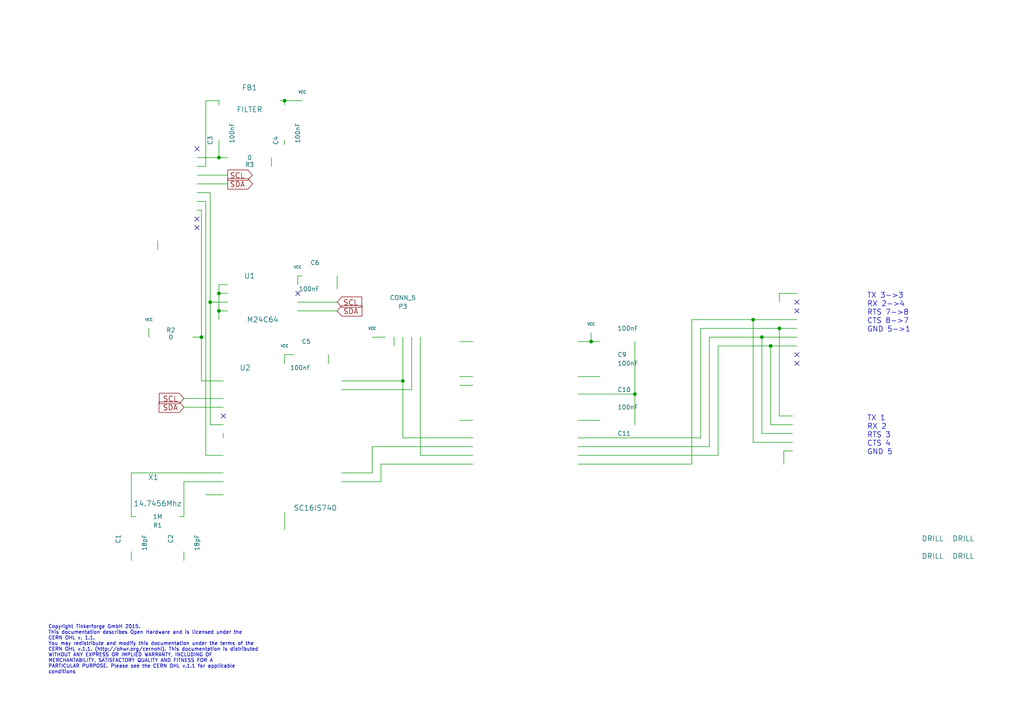
<source format=kicad_sch>
(kicad_sch (version 20230121) (generator eeschema)
  (paper "A4")
  (title_block (title "Serial Bricklet") (date "4 mar 2015") (rev "1.0") (company "Tinkerforge GmbH") (comment 1 "Licensed under CERN OHL v.1.1") (comment 2 "Copyright (©) 2015, B.Nordmeyer <bastian@tinkerforge.com>"))
  (lib_symbols)
  (junction (at 63.5 90.17))
  (junction (at 226.06 95.25))
  (junction (at 223.52 100.33))
  (junction (at 171.45 99.06))
  (junction (at 116.84 110.49))
  (junction (at 218.44 92.71))
  (junction (at 58.42 97.79))
  (junction (at 60.96 87.63))
  (junction (at 82.55 29.21))
  (junction (at 220.98 97.79))
  (junction (at 63.5 45.72))
  (junction (at 63.5 85.09))
  (junction (at 184.15 114.3))
  (no_connect (at 57.15 43.18))
  (no_connect (at 231.14 90.17))
  (no_connect (at 231.14 105.41))
  (no_connect (at 57.15 66.04))
  (no_connect (at 57.15 63.5))
  (no_connect (at 231.14 102.87))
  (no_connect (at 64.77 120.65))
  (no_connect (at 86.36 85.09))
  (no_connect (at 231.14 87.63))
  (wire (pts (xy 64.77 127) (xy 64.77 125.73)))
  (wire (pts (xy 167.64 132.08) (xy 208.28 132.08)))
  (wire (pts (xy 218.44 92.71) (xy 231.14 92.71)))
  (wire (pts (xy 66.04 90.17) (xy 63.5 90.17)))
  (wire (pts (xy 223.52 123.19) (xy 223.52 100.33)))
  (wire (pts (xy 97.79 83.82) (xy 97.79 80.01)))
  (wire (pts (xy 86.36 80.01) (xy 87.63 80.01)))
  (wire (pts (xy 57.15 45.72) (xy 63.5 45.72)))
  (wire (pts (xy 81.28 29.21) (xy 82.55 29.21)))
  (wire (pts (xy 53.34 115.57) (xy 64.77 115.57)))
  (wire (pts (xy 119.38 113.03) (xy 119.38 97.79)))
  (wire (pts (xy 137.16 109.22) (xy 133.35 109.22)))
  (wire (pts (xy 114.3 100.33) (xy 114.3 97.79)))
  (wire (pts (xy 167.64 127) (xy 203.2 127)))
  (wire (pts (xy 229.87 130.81) (xy 227.33 130.81)))
  (wire (pts (xy 59.69 48.26) (xy 59.69 29.21)))
  (wire (pts (xy 57.15 48.26) (xy 59.69 48.26)))
  (wire (pts (xy 203.2 95.25) (xy 226.06 95.25)))
  (wire (pts (xy 171.45 99.06) (xy 173.99 99.06)))
  (wire (pts (xy 86.36 87.63) (xy 97.79 87.63)))
  (wire (pts (xy 58.42 97.79) (xy 58.42 60.96)))
  (wire (pts (xy 208.28 132.08) (xy 208.28 100.33)))
  (wire (pts (xy 99.06 110.49) (xy 116.84 110.49)))
  (wire (pts (xy 82.55 29.21) (xy 87.63 29.21)))
  (wire (pts (xy 205.74 129.54) (xy 205.74 97.79)))
  (wire (pts (xy 82.55 148.59) (xy 82.55 153.67)))
  (wire (pts (xy 39.37 149.86) (xy 38.1 149.86)))
  (wire (pts (xy 63.5 90.17) (xy 63.5 85.09)))
  (wire (pts (xy 200.66 134.62) (xy 200.66 92.71)))
  (wire (pts (xy 63.5 29.21) (xy 63.5 30.48)))
  (wire (pts (xy 57.15 58.42) (xy 59.69 58.42)))
  (wire (pts (xy 133.35 111.76) (xy 137.16 111.76)))
  (wire (pts (xy 53.34 139.7) (xy 53.34 149.86)))
  (wire (pts (xy 121.92 97.79) (xy 121.92 132.08)))
  (wire (pts (xy 66.04 87.63) (xy 60.96 87.63)))
  (wire (pts (xy 38.1 137.16) (xy 38.1 149.86)))
  (wire (pts (xy 133.35 99.06) (xy 137.16 99.06)))
  (wire (pts (xy 78.74 45.72) (xy 78.74 48.26)))
  (wire (pts (xy 58.42 110.49) (xy 58.42 97.79)))
  (wire (pts (xy 53.34 139.7) (xy 64.77 139.7)))
  (wire (pts (xy 110.49 134.62) (xy 137.16 134.62)))
  (wire (pts (xy 82.55 30.48) (xy 82.55 29.21)))
  (wire (pts (xy 107.95 137.16) (xy 107.95 129.54)))
  (wire (pts (xy 64.77 137.16) (xy 38.1 137.16)))
  (wire (pts (xy 208.28 100.33) (xy 223.52 100.33)))
  (wire (pts (xy 223.52 100.33) (xy 231.14 100.33)))
  (wire (pts (xy 59.69 143.51) (xy 64.77 143.51)))
  (wire (pts (xy 82.55 102.87) (xy 82.55 105.41)))
  (wire (pts (xy 226.06 95.25) (xy 231.14 95.25)))
  (wire (pts (xy 227.33 130.81) (xy 227.33 134.62)))
  (wire (pts (xy 63.5 45.72) (xy 63.5 40.64)))
  (wire (pts (xy 167.64 121.92) (xy 173.99 121.92)))
  (wire (pts (xy 229.87 125.73) (xy 220.98 125.73)))
  (wire (pts (xy 121.92 132.08) (xy 137.16 132.08)))
  (wire (pts (xy 218.44 128.27) (xy 218.44 92.71)))
  (wire (pts (xy 116.84 110.49) (xy 116.84 127)))
  (wire (pts (xy 95.25 102.87) (xy 95.25 105.41)))
  (wire (pts (xy 63.5 45.72) (xy 66.04 45.72)))
  (wire (pts (xy 116.84 97.79) (xy 116.84 110.49)))
  (wire (pts (xy 99.06 113.03) (xy 119.38 113.03)))
  (wire (pts (xy 203.2 127) (xy 203.2 95.25)))
  (wire (pts (xy 229.87 128.27) (xy 218.44 128.27)))
  (wire (pts (xy 99.06 139.7) (xy 110.49 139.7)))
  (wire (pts (xy 116.84 127) (xy 137.16 127)))
  (wire (pts (xy 63.5 85.09) (xy 66.04 85.09)))
  (wire (pts (xy 231.14 85.09) (xy 226.06 85.09)))
  (wire (pts (xy 107.95 129.54) (xy 137.16 129.54)))
  (wire (pts (xy 167.64 114.3) (xy 184.15 114.3)))
  (wire (pts (xy 60.96 123.19) (xy 64.77 123.19)))
  (wire (pts (xy 184.15 99.06) (xy 184.15 114.3)))
  (wire (pts (xy 99.06 137.16) (xy 107.95 137.16)))
  (wire (pts (xy 220.98 97.79) (xy 231.14 97.79)))
  (wire (pts (xy 60.96 55.88) (xy 60.96 87.63)))
  (wire (pts (xy 111.76 97.79) (xy 107.95 97.79)))
  (wire (pts (xy 59.69 132.08) (xy 64.77 132.08)))
  (wire (pts (xy 82.55 41.91) (xy 82.55 40.64)))
  (wire (pts (xy 171.45 96.52) (xy 171.45 99.06)))
  (wire (pts (xy 57.15 50.8) (xy 66.04 50.8)))
  (wire (pts (xy 57.15 55.88) (xy 60.96 55.88)))
  (wire (pts (xy 53.34 162.56) (xy 53.34 160.02)))
  (wire (pts (xy 86.36 82.55) (xy 86.36 80.01)))
  (wire (pts (xy 137.16 121.92) (xy 133.35 121.92)))
  (wire (pts (xy 167.64 99.06) (xy 171.45 99.06)))
  (wire (pts (xy 184.15 114.3) (xy 184.15 123.19)))
  (wire (pts (xy 60.96 87.63) (xy 60.96 123.19)))
  (wire (pts (xy 226.06 120.65) (xy 226.06 95.25)))
  (wire (pts (xy 59.69 58.42) (xy 59.69 132.08)))
  (wire (pts (xy 205.74 97.79) (xy 220.98 97.79)))
  (wire (pts (xy 226.06 85.09) (xy 226.06 87.63)))
  (wire (pts (xy 63.5 85.09) (xy 63.5 82.55)))
  (wire (pts (xy 200.66 92.71) (xy 218.44 92.71)))
  (wire (pts (xy 64.77 118.11) (xy 53.34 118.11)))
  (wire (pts (xy 64.77 110.49) (xy 58.42 110.49)))
  (wire (pts (xy 167.64 109.22) (xy 173.99 109.22)))
  (wire (pts (xy 63.5 82.55) (xy 66.04 82.55)))
  (wire (pts (xy 38.1 160.02) (xy 38.1 162.56)))
  (wire (pts (xy 55.88 97.79) (xy 58.42 97.79)))
  (wire (pts (xy 167.64 134.62) (xy 200.66 134.62)))
  (wire (pts (xy 229.87 120.65) (xy 226.06 120.65)))
  (wire (pts (xy 43.18 97.79) (xy 43.18 95.25)))
  (wire (pts (xy 220.98 125.73) (xy 220.98 97.79)))
  (wire (pts (xy 58.42 60.96) (xy 57.15 60.96)))
  (wire (pts (xy 53.34 149.86) (xy 52.07 149.86)))
  (wire (pts (xy 167.64 129.54) (xy 205.74 129.54)))
  (wire (pts (xy 229.87 123.19) (xy 223.52 123.19)))
  (wire (pts (xy 85.09 102.87) (xy 82.55 102.87)))
  (wire (pts (xy 63.5 92.71) (xy 63.5 90.17)))
  (wire (pts (xy 57.15 53.34) (xy 66.04 53.34)))
  (wire (pts (xy 110.49 139.7) (xy 110.49 134.62)))
  (wire (pts (xy 45.72 72.39) (xy 45.72 69.85)))
  (wire (pts (xy 86.36 90.17) (xy 97.79 90.17)))
  (wire (pts (xy 59.69 29.21) (xy 63.5 29.21)))
  (text "Copyright Tinkerforge GmbH 2015.\nThis documentation describes Open Hardware and is licensed under the\nCERN OHL v. 1.1.\nYou may redistribute and modify this documentation under the terms of the\nCERN OHL v.1.1. (http://ohwr.org/cernohl). This documentation is distributed\nWITHOUT ANY EXPRESS OR IMPLIED WARRANTY, INCLUDING OF\nMERCHANTABILITY, SATISFACTORY QUALITY AND FITNESS FOR A\nPARTICULAR PURPOSE. Please see the CERN OHL v.1.1 for applicable\nconditions\n" (at 13.97 195.58 0) (effects (font (size 1.016 1.016)) (justify left bottom)))
  (text "TX 1\nRX 2\nRTS 3\nCTS 4\nGND 5" (at 251.46 132.08 0) (effects (font (size 1.524 1.524)) (justify left bottom)))
  (text "TX 3->3\nRX 2->4\nRTS 7->8\nCTS 8->7\nGND 5->1" (at 251.46 96.52 0) (effects (font (size 1.524 1.524)) (justify left bottom)))
  (global_label "SCL" (shape input) (at 97.79 87.63 0) (effects (font (size 1.524 1.524))) (property "Intersheetrefs" "${INTERSHEET_REFS}" (effects hide)))
  (global_label "SDA" (shape input) (at 53.34 118.11 180) (effects (font (size 1.524 1.524))) (property "Intersheetrefs" "${INTERSHEET_REFS}" (effects hide)))
  (global_label "SCL" (shape input) (at 53.34 115.57 180) (effects (font (size 1.524 1.524))) (property "Intersheetrefs" "${INTERSHEET_REFS}" (effects hide)))
  (global_label "SDA" (shape output) (at 66.04 53.34 0) (effects (font (size 1.524 1.524))) (property "Intersheetrefs" "${INTERSHEET_REFS}" (effects hide)))
  (global_label "SCL" (shape output) (at 66.04 50.8 0) (effects (font (size 1.524 1.524))) (property "Intersheetrefs" "${INTERSHEET_REFS}" (effects hide)))
  (global_label "SDA" (shape input) (at 97.79 90.17 0) (effects (font (size 1.524 1.524))) (property "Intersheetrefs" "${INTERSHEET_REFS}" (effects hide)))
  (symbol (lib_id "CON-SENSOR") (at 45.72 54.61 0) (mirror y) (unit 1)
    (property "Reference" "P1" (at 52.07 40.64 0) (effects (font (size 1.524 1.524))))
    (property "Value" "CON-SENSOR" (at 41.91 54.61 90) (effects (font (size 1.524 1.524))))
    (property "Footprint" "CON-SENSOR" (effects hide))
  )
  (symbol (lib_id "GND") (at 45.72 72.39 0) (unit 1)
    (property "Reference" "#PWR014" (effects hide))
    (property "Value" "GND" (effects hide))
  )
  (symbol (lib_id "GND") (at 78.74 48.26 0) (unit 1)
    (property "Reference" "#PWR013" (effects hide))
    (property "Value" "GND" (effects hide))
  )
  (symbol (lib_id "VCC") (at 87.63 29.21 0) (unit 1)
    (property "Reference" "#PWR012" (effects hide))
    (property "Value" "VCC" (at 87.63 26.67 0) (effects (font (size 0.762 0.762))))
  )
  (symbol (lib_id "CAT24C") (at 76.2 92.71 0) (unit 1)
    (property "Reference" "U1" (at 72.39 80.01 0) (effects (font (size 1.524 1.524))))
    (property "Value" "M24C64" (at 76.2 92.71 0) (effects (font (size 1.524 1.524))))
    (property "Footprint" "SOIC8" (effects hide))
  )
  (symbol (lib_id "GND") (at 63.5 92.71 0) (unit 1)
    (property "Reference" "#PWR011" (effects hide))
    (property "Value" "GND" (effects hide))
  )
  (symbol (lib_id "VCC") (at 107.95 97.79 0) (unit 1)
    (property "Reference" "#PWR010" (effects hide))
    (property "Value" "VCC" (at 107.95 95.25 0) (effects (font (size 0.762 0.762))))
  )
  (symbol (lib_id "C") (at 92.71 80.01 90) (unit 1)
    (property "Reference" "C6" (at 92.71 76.2 90) (effects (justify left)))
    (property "Value" "100nF" (at 92.71 83.82 90) (effects (justify left)))
    (property "Footprint" "0603" (effects hide))
  )
  (symbol (lib_id "DRILL") (at 279.4 156.21 0) (unit 1)
    (property "Reference" "U6" (effects hide))
    (property "Value" "DRILL" (at 279.4 156.21 0) (effects (font (size 1.524 1.524))))
    (property "Footprint" "DRILL_NP" (effects hide))
  )
  (symbol (lib_id "DRILL") (at 279.4 161.29 0) (unit 1)
    (property "Reference" "U7" (effects hide))
    (property "Value" "DRILL" (at 279.4 161.29 0) (effects (font (size 1.524 1.524))))
    (property "Footprint" "DRILL_NP" (effects hide))
  )
  (symbol (lib_id "DRILL") (at 270.51 161.29 0) (unit 1)
    (property "Reference" "U5" (effects hide))
    (property "Value" "DRILL" (at 270.51 161.29 0) (effects (font (size 1.524 1.524))))
    (property "Footprint" "DRILL_NP" (effects hide))
  )
  (symbol (lib_id "DRILL") (at 270.51 156.21 0) (unit 1)
    (property "Reference" "U4" (effects hide))
    (property "Value" "DRILL" (at 270.51 156.21 0) (effects (font (size 1.524 1.524))))
    (property "Footprint" "DRILL_NP" (effects hide))
  )
  (symbol (lib_id "GND") (at 97.79 83.82 0) (unit 1)
    (property "Reference" "#PWR09" (effects hide))
    (property "Value" "GND" (effects hide))
  )
  (symbol (lib_id "VCC") (at 82.55 102.87 0) (unit 1)
    (property "Reference" "#PWR08" (effects hide))
    (property "Value" "VCC" (at 82.55 100.33 0) (effects (font (size 0.762 0.762))))
  )
  (symbol (lib_id "C") (at 90.17 102.87 90) (unit 1)
    (property "Reference" "C5" (at 90.17 99.06 90) (effects (justify left)))
    (property "Value" "100nF" (at 90.17 106.68 90) (effects (justify left)))
    (property "Footprint" "0603" (effects hide))
  )
  (symbol (lib_id "GND") (at 82.55 153.67 0) (unit 1)
    (property "Reference" "#PWR07" (effects hide))
    (property "Value" "GND" (effects hide))
  )
  (symbol (lib_id "VCC") (at 59.69 143.51 0) (unit 1)
    (property "Reference" "#PWR06" (effects hide))
    (property "Value" "VCC" (at 59.69 140.97 0) (effects (font (size 0.762 0.762))))
  )
  (symbol (lib_id "GND") (at 95.25 105.41 0) (unit 1)
    (property "Reference" "#PWR05" (effects hide))
    (property "Value" "GND" (effects hide))
  )
  (symbol (lib_id "CRYSTAL") (at 45.72 142.24 180) (unit 1)
    (property "Reference" "X1" (at 44.45 138.43 0) (effects (font (size 1.524 1.524))))
    (property "Value" "14.7456Mhz" (at 45.72 146.05 0) (effects (font (size 1.524 1.524))))
    (property "Footprint" "HC49_US" (effects hide))
  )
  (symbol (lib_id "R") (at 45.72 149.86 90) (unit 1)
    (property "Reference" "R1" (at 45.72 152.4 90))
    (property "Value" "1M" (at 45.72 149.86 90))
    (property "Footprint" "0603" (effects hide))
  )
  (symbol (lib_id "C") (at 38.1 154.94 180) (unit 1)
    (property "Reference" "C1" (at 34.29 154.94 90) (effects (justify left)))
    (property "Value" "18pF" (at 41.91 154.94 90) (effects (justify left)))
    (property "Footprint" "0603" (effects hide))
  )
  (symbol (lib_id "C") (at 53.34 154.94 180) (unit 1)
    (property "Reference" "C2" (at 49.53 154.94 90) (effects (justify left)))
    (property "Value" "18pF" (at 57.15 154.94 90) (effects (justify left)))
    (property "Footprint" "0603" (effects hide))
  )
  (symbol (lib_id "GND") (at 53.34 162.56 0) (unit 1)
    (property "Reference" "#PWR04" (effects hide))
    (property "Value" "GND" (effects hide))
  )
  (symbol (lib_id "GND") (at 38.1 162.56 0) (unit 1)
    (property "Reference" "#PWR03" (effects hide))
    (property "Value" "GND" (effects hide))
  )
  (symbol (lib_id "GND") (at 64.77 127 0) (unit 1)
    (property "Reference" "#PWR02" (effects hide))
    (property "Value" "GND" (effects hide))
  )
  (symbol (lib_id "R") (at 49.53 97.79 90) (unit 1)
    (property "Reference" "R2" (at 49.53 95.758 90))
    (property "Value" "0" (at 49.53 97.79 90))
    (property "Footprint" "0603" (effects hide))
  )
  (symbol (lib_id "VCC") (at 43.18 95.25 0) (unit 1)
    (property "Reference" "#PWR01" (effects hide))
    (property "Value" "VCC" (at 43.18 92.71 0) (effects (font (size 0.762 0.762))))
  )
  (symbol (lib_id "SC16IS740") (at 82.55 128.27 0) (unit 1)
    (property "Reference" "U2" (at 71.12 106.68 0) (effects (font (size 1.524 1.524))))
    (property "Value" "SC16IS740" (at 91.44 147.32 0) (effects (font (size 1.524 1.524))))
    (property "Footprint" "TSSOP16" (effects hide))
  )
  (symbol (lib_id "MAX232") (at 152.4 116.84 0) (unit 1)
    (property "Reference" "U3" (at 152.4 95.25 0) (effects (font (size 1.778 1.778))))
    (property "Value" "SP3232EBCN" (at 152.4 138.43 0) (effects (font (size 1.778 1.778))))
    (property "Footprint" "SOIC16" (effects hide))
  )
  (symbol (lib_id "C") (at 133.35 104.14 0) (unit 1)
    (property "Reference" "C7" (at 137.16 104.14 90) (effects (justify left)))
    (property "Value" "100nF" (at 129.54 104.14 90) (effects (justify left)))
    (property "Footprint" "0603" (effects hide))
  )
  (symbol (lib_id "C") (at 133.35 116.84 0) (unit 1)
    (property "Reference" "C8" (at 137.16 116.84 90) (effects (justify left)))
    (property "Value" "100nF" (at 129.54 116.84 90) (effects (justify left)))
    (property "Footprint" "0603" (effects hide))
  )
  (symbol (lib_id "C") (at 179.07 109.22 270) (unit 1)
    (property "Reference" "C10" (at 179.07 113.03 90) (effects (justify left)))
    (property "Value" "100nF" (at 179.07 105.41 90) (effects (justify left)))
    (property "Footprint" "0603" (effects hide))
  )
  (symbol (lib_id "C") (at 179.07 121.92 270) (unit 1)
    (property "Reference" "C11" (at 179.07 125.73 90) (effects (justify left)))
    (property "Value" "100nF" (at 179.07 118.11 90) (effects (justify left)))
    (property "Footprint" "0603" (effects hide))
  )
  (symbol (lib_id "C") (at 179.07 99.06 270) (unit 1)
    (property "Reference" "C9" (at 179.07 102.87 90) (effects (justify left)))
    (property "Value" "100nF" (at 179.07 95.25 90) (effects (justify left)))
    (property "Footprint" "0603" (effects hide))
  )
  (symbol (lib_id "GND") (at 184.15 123.19 0) (unit 1)
    (property "Reference" "#PWR015" (effects hide))
    (property "Value" "GND" (effects hide))
  )
  (symbol (lib_id "VCC") (at 171.45 96.52 0) (unit 1)
    (property "Reference" "#PWR016" (effects hide))
    (property "Value" "VCC" (at 171.45 93.98 0) (effects (font (size 0.762 0.762))))
  )
  (symbol (lib_id "CONN_5") (at 240.03 125.73 0) (mirror x) (unit 1)
    (property "Reference" "P2" (at 238.76 125.73 90))
    (property "Value" "CONN_5" (at 241.3 125.73 90))
    (property "Footprint" "AKL_5_5" (effects hide))
  )
  (symbol (lib_id "DB9") (at 242.57 95.25 0) (mirror x) (unit 1)
    (property "Reference" "J1" (at 242.57 109.22 0) (effects (font (size 1.778 1.778))))
    (property "Value" "DB9" (at 242.57 81.28 0) (effects (font (size 1.778 1.778))))
    (property "Footprint" "SUB09-EU" (effects hide))
  )
  (symbol (lib_id "GND") (at 226.06 87.63 0) (unit 1)
    (property "Reference" "#PWR017" (effects hide))
    (property "Value" "GND" (effects hide))
  )
  (symbol (lib_id "GND") (at 227.33 134.62 0) (unit 1)
    (property "Reference" "#PWR018" (effects hide))
    (property "Value" "GND" (effects hide))
  )
  (symbol (lib_id "FILTER") (at 72.39 29.21 0) (unit 1)
    (property "Reference" "FB1" (at 72.39 25.4 0) (effects (font (size 1.524 1.524))))
    (property "Value" "FILTER" (at 72.39 31.75 0) (effects (font (size 1.524 1.524))))
    (property "Footprint" "0603" (effects hide))
  )
  (symbol (lib_id "R") (at 72.39 45.72 270) (unit 1)
    (property "Reference" "R3" (at 72.39 47.752 90))
    (property "Value" "0" (at 72.39 45.72 90))
    (property "Footprint" "0603" (effects hide))
  )
  (symbol (lib_id "C") (at 63.5 35.56 180) (unit 1)
    (property "Reference" "C3" (at 60.96 39.37 90) (effects (justify left)))
    (property "Value" "100nF" (at 67.31 35.56 90) (effects (justify left)))
    (property "Footprint" "0603" (effects hide))
  )
  (symbol (lib_id "C") (at 82.55 35.56 180) (unit 1)
    (property "Reference" "C4" (at 80.01 39.37 90) (effects (justify left)))
    (property "Value" "100nF" (at 86.36 35.56 90) (effects (justify left)))
    (property "Footprint" "0603" (effects hide))
  )
  (symbol (lib_id "GND") (at 82.55 41.91 0) (unit 1)
    (property "Reference" "#PWR019" (effects hide))
    (property "Value" "GND" (effects hide))
  )
  (symbol (lib_id "CONN_5") (at 116.84 87.63 90) (unit 1)
    (property "Reference" "P3" (at 116.84 88.9 90))
    (property "Value" "CONN_5" (at 116.84 86.36 90))
    (property "Footprint" "pin_array_5x1" (effects hide))
  )
  (symbol (lib_id "GND") (at 114.3 100.33 0) (unit 1)
    (property "Reference" "#PWR020" (effects hide))
    (property "Value" "GND" (effects hide))
  )
  (symbol (lib_id "VCC") (at 86.36 80.01 0) (unit 1)
    (property "Reference" "#PWR?" (effects hide))
    (property "Value" "VCC" (at 86.36 77.47 0) (effects (font (size 0.762 0.762))))
  )
)
</source>
